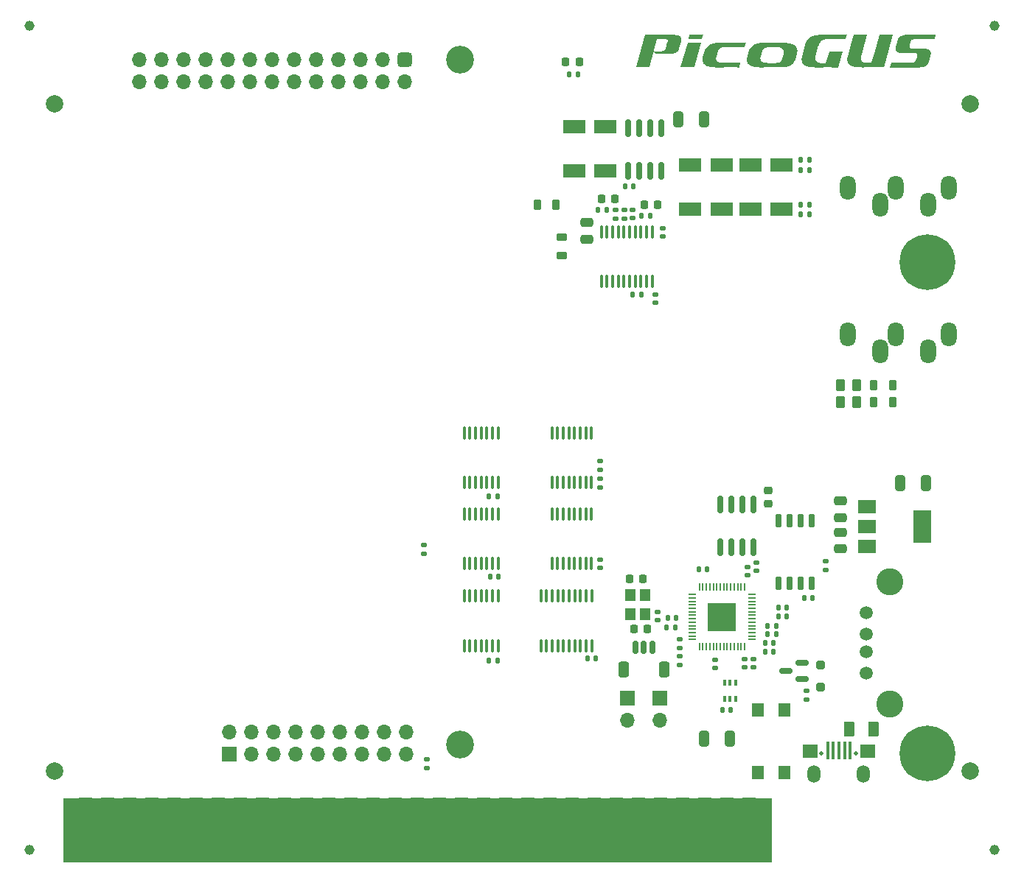
<source format=gts>
%TF.GenerationSoftware,KiCad,Pcbnew,7.0.7*%
%TF.CreationDate,2023-10-23T19:43:48-06:00*%
%TF.ProjectId,PicoGUS chipdown with edge rails,5069636f-4755-4532-9063-686970646f77,rev?*%
%TF.SameCoordinates,Original*%
%TF.FileFunction,Soldermask,Top*%
%TF.FilePolarity,Negative*%
%FSLAX46Y46*%
G04 Gerber Fmt 4.6, Leading zero omitted, Abs format (unit mm)*
G04 Created by KiCad (PCBNEW 7.0.7) date 2023-10-23 19:43:48*
%MOMM*%
%LPD*%
G01*
G04 APERTURE LIST*
G04 Aperture macros list*
%AMRoundRect*
0 Rectangle with rounded corners*
0 $1 Rounding radius*
0 $2 $3 $4 $5 $6 $7 $8 $9 X,Y pos of 4 corners*
0 Add a 4 corners polygon primitive as box body*
4,1,4,$2,$3,$4,$5,$6,$7,$8,$9,$2,$3,0*
0 Add four circle primitives for the rounded corners*
1,1,$1+$1,$2,$3*
1,1,$1+$1,$4,$5*
1,1,$1+$1,$6,$7*
1,1,$1+$1,$8,$9*
0 Add four rect primitives between the rounded corners*
20,1,$1+$1,$2,$3,$4,$5,0*
20,1,$1+$1,$4,$5,$6,$7,0*
20,1,$1+$1,$6,$7,$8,$9,0*
20,1,$1+$1,$8,$9,$2,$3,0*%
G04 Aperture macros list end*
%ADD10C,0.000000*%
%ADD11C,0.100000*%
%ADD12C,6.400000*%
%ADD13RoundRect,0.225000X-0.225000X-0.250000X0.225000X-0.250000X0.225000X0.250000X-0.225000X0.250000X0*%
%ADD14RoundRect,0.140000X0.140000X0.170000X-0.140000X0.170000X-0.140000X-0.170000X0.140000X-0.170000X0*%
%ADD15RoundRect,0.140000X-0.140000X-0.170000X0.140000X-0.170000X0.140000X0.170000X-0.140000X0.170000X0*%
%ADD16RoundRect,0.140000X0.170000X-0.140000X0.170000X0.140000X-0.170000X0.140000X-0.170000X-0.140000X0*%
%ADD17RoundRect,0.150000X0.150000X0.625000X-0.150000X0.625000X-0.150000X-0.625000X0.150000X-0.625000X0*%
%ADD18RoundRect,0.250000X0.350000X0.650000X-0.350000X0.650000X-0.350000X-0.650000X0.350000X-0.650000X0*%
%ADD19R,1.400000X1.600000*%
%ADD20C,1.152000*%
%ADD21RoundRect,0.135000X-0.185000X0.135000X-0.185000X-0.135000X0.185000X-0.135000X0.185000X0.135000X0*%
%ADD22RoundRect,0.140000X-0.170000X0.140000X-0.170000X-0.140000X0.170000X-0.140000X0.170000X0.140000X0*%
%ADD23RoundRect,0.135000X0.135000X0.185000X-0.135000X0.185000X-0.135000X-0.185000X0.135000X-0.185000X0*%
%ADD24RoundRect,0.225000X0.250000X-0.225000X0.250000X0.225000X-0.250000X0.225000X-0.250000X-0.225000X0*%
%ADD25RoundRect,0.250000X0.475000X-0.250000X0.475000X0.250000X-0.475000X0.250000X-0.475000X-0.250000X0*%
%ADD26RoundRect,0.150000X0.587500X0.150000X-0.587500X0.150000X-0.587500X-0.150000X0.587500X-0.150000X0*%
%ADD27C,2.000000*%
%ADD28O,1.800000X2.800000*%
%ADD29RoundRect,0.050000X-0.050000X0.387500X-0.050000X-0.387500X0.050000X-0.387500X0.050000X0.387500X0*%
%ADD30RoundRect,0.050000X-0.387500X0.050000X-0.387500X-0.050000X0.387500X-0.050000X0.387500X0.050000X0*%
%ADD31R,3.200000X3.200000*%
%ADD32RoundRect,0.100000X-0.100000X0.637500X-0.100000X-0.637500X0.100000X-0.637500X0.100000X0.637500X0*%
%ADD33RoundRect,0.250000X0.325000X0.650000X-0.325000X0.650000X-0.325000X-0.650000X0.325000X-0.650000X0*%
%ADD34RoundRect,0.135000X-0.135000X-0.185000X0.135000X-0.185000X0.135000X0.185000X-0.135000X0.185000X0*%
%ADD35RoundRect,0.218750X-0.218750X-0.381250X0.218750X-0.381250X0.218750X0.381250X-0.218750X0.381250X0*%
%ADD36RoundRect,0.135000X0.185000X-0.135000X0.185000X0.135000X-0.185000X0.135000X-0.185000X-0.135000X0*%
%ADD37RoundRect,0.250000X-0.250000X0.250000X-0.250000X-0.250000X0.250000X-0.250000X0.250000X0.250000X0*%
%ADD38RoundRect,0.250000X-1.050000X-0.550000X1.050000X-0.550000X1.050000X0.550000X-1.050000X0.550000X0*%
%ADD39R,1.700000X1.700000*%
%ADD40O,1.700000X1.700000*%
%ADD41R,2.000000X1.500000*%
%ADD42R,2.000000X3.800000*%
%ADD43RoundRect,0.250000X-0.375000X-0.625000X0.375000X-0.625000X0.375000X0.625000X-0.375000X0.625000X0*%
%ADD44RoundRect,0.218750X0.381250X-0.218750X0.381250X0.218750X-0.381250X0.218750X-0.381250X-0.218750X0*%
%ADD45RoundRect,0.225000X0.225000X0.250000X-0.225000X0.250000X-0.225000X-0.250000X0.225000X-0.250000X0*%
%ADD46RoundRect,0.150000X-0.150000X0.650000X-0.150000X-0.650000X0.150000X-0.650000X0.150000X0.650000X0*%
%ADD47RoundRect,0.150000X-0.150000X0.825000X-0.150000X-0.825000X0.150000X-0.825000X0.150000X0.825000X0*%
%ADD48R,0.400000X0.650000*%
%ADD49R,1.524000X6.478000*%
%ADD50C,0.500000*%
%ADD51R,0.400000X2.000000*%
%ADD52R,1.660800X1.600000*%
%ADD53O,1.500000X2.000000*%
%ADD54R,1.660800X1.593200*%
%ADD55RoundRect,0.218750X-0.218750X-0.256250X0.218750X-0.256250X0.218750X0.256250X-0.218750X0.256250X0*%
%ADD56RoundRect,0.250000X-0.262500X-0.450000X0.262500X-0.450000X0.262500X0.450000X-0.262500X0.450000X0*%
%ADD57R,1.200000X1.400000*%
%ADD58C,3.200000*%
%ADD59RoundRect,0.425000X-0.425000X0.425000X-0.425000X-0.425000X0.425000X-0.425000X0.425000X0.425000X0*%
%ADD60RoundRect,0.250000X0.262500X0.450000X-0.262500X0.450000X-0.262500X-0.450000X0.262500X-0.450000X0*%
%ADD61C,1.500000*%
%ADD62C,3.100000*%
%ADD63RoundRect,0.250000X-0.325000X-0.650000X0.325000X-0.650000X0.325000X0.650000X-0.325000X0.650000X0*%
G04 APERTURE END LIST*
D10*
G36*
X197162020Y-22062463D02*
G01*
X197015688Y-22558185D01*
X194833087Y-22559137D01*
X194790189Y-22559137D01*
X194749198Y-22560567D01*
X194711063Y-22562474D01*
X194674838Y-22564858D01*
X194640520Y-22568671D01*
X194608106Y-22572961D01*
X194578078Y-22577727D01*
X194549954Y-22583447D01*
X194523739Y-22590120D01*
X194498952Y-22597270D01*
X194476074Y-22604897D01*
X194454623Y-22613000D01*
X194434603Y-22622056D01*
X194416492Y-22631112D01*
X194399808Y-22641122D01*
X194384081Y-22651608D01*
X194369780Y-22662572D01*
X194356433Y-22674012D01*
X194344516Y-22685928D01*
X194333552Y-22697844D01*
X194323545Y-22710237D01*
X194314485Y-22723107D01*
X194306384Y-22736452D01*
X194298758Y-22749799D01*
X194292084Y-22763623D01*
X194285890Y-22777445D01*
X194274927Y-22806045D01*
X194265393Y-22835120D01*
X194257289Y-22864673D01*
X194150515Y-23247426D01*
X194142892Y-23277456D01*
X194137172Y-23306532D01*
X194132405Y-23333702D01*
X194129541Y-23359441D01*
X194127638Y-23384227D01*
X194127638Y-23407107D01*
X194129068Y-23429033D01*
X194131455Y-23450005D01*
X194135261Y-23469071D01*
X194140505Y-23487660D01*
X194147182Y-23504821D01*
X194155282Y-23520550D01*
X194164343Y-23535327D01*
X194174826Y-23549626D01*
X194186743Y-23562495D01*
X194199614Y-23574412D01*
X194213914Y-23585375D01*
X194229165Y-23595384D01*
X194245849Y-23604441D01*
X194263960Y-23613021D01*
X194282550Y-23620648D01*
X194302568Y-23627798D01*
X194345946Y-23639238D01*
X194393611Y-23648294D01*
X194445566Y-23655444D01*
X194501815Y-23660210D01*
X194561394Y-23663546D01*
X194761588Y-23660687D01*
X195201541Y-23661163D01*
X195840258Y-23663546D01*
X195891257Y-23661639D01*
X195940832Y-23662116D01*
X195988974Y-23663546D01*
X196035209Y-23667359D01*
X196080490Y-23672603D01*
X196123872Y-23679276D01*
X196166290Y-23687855D01*
X196206332Y-23698342D01*
X196244936Y-23710259D01*
X196282114Y-23723605D01*
X196316912Y-23739335D01*
X196350280Y-23756494D01*
X196381742Y-23775083D01*
X196410813Y-23795579D01*
X196438460Y-23817983D01*
X196463725Y-23841815D01*
X196487075Y-23867554D01*
X196508526Y-23895200D01*
X196527117Y-23924277D01*
X196544274Y-23955260D01*
X196558575Y-23987671D01*
X196570495Y-24021991D01*
X196580506Y-24058217D01*
X196587656Y-24095872D01*
X196592419Y-24135911D01*
X196594803Y-24176903D01*
X196594803Y-24220279D01*
X196591943Y-24265085D01*
X196586222Y-24311796D01*
X196578119Y-24359939D01*
X196567158Y-24410464D01*
X196553331Y-24462420D01*
X196360764Y-25164532D01*
X196346464Y-25209337D01*
X196329786Y-25251759D01*
X196311192Y-25292752D01*
X196290698Y-25331360D01*
X196268294Y-25368540D01*
X196243986Y-25403813D01*
X196217769Y-25437178D01*
X196190128Y-25468637D01*
X196161047Y-25498667D01*
X196130542Y-25527266D01*
X196098608Y-25553959D01*
X196065240Y-25579222D01*
X195995174Y-25624980D01*
X195921764Y-25664542D01*
X195845022Y-25698862D01*
X195765422Y-25727461D01*
X195684869Y-25751294D01*
X195603359Y-25770359D01*
X195521376Y-25784660D01*
X195440343Y-25795146D01*
X195360744Y-25801343D01*
X195283051Y-25804203D01*
X191894988Y-25804203D01*
X192026070Y-25292276D01*
X194306861Y-25294183D01*
X194359293Y-25291799D01*
X194409345Y-25287032D01*
X194456530Y-25279406D01*
X194479408Y-25274639D01*
X194501335Y-25269396D01*
X194522786Y-25263199D01*
X194543760Y-25256526D01*
X194564254Y-25248899D01*
X194583798Y-25240320D01*
X194603342Y-25231264D01*
X194621930Y-25221254D01*
X194640040Y-25210767D01*
X194658154Y-25199328D01*
X194675318Y-25186935D01*
X194691995Y-25173589D01*
X194708679Y-25159288D01*
X194724410Y-25144036D01*
X194740141Y-25128305D01*
X194754918Y-25111146D01*
X194769692Y-25093510D01*
X194783992Y-25074444D01*
X194798289Y-25054425D01*
X194811637Y-25033928D01*
X194837851Y-24989123D01*
X194863115Y-24940028D01*
X194886949Y-24886642D01*
X194981803Y-24551554D01*
X194997053Y-24505318D01*
X195002774Y-24482916D01*
X195007540Y-24460990D01*
X195011357Y-24439540D01*
X195014217Y-24418568D01*
X195015647Y-24398071D01*
X195015647Y-24378528D01*
X195015171Y-24358986D01*
X195012787Y-24340873D01*
X195009927Y-24322760D01*
X195005160Y-24305600D01*
X194999440Y-24288917D01*
X194992767Y-24273188D01*
X194984663Y-24258412D01*
X194975129Y-24244112D01*
X194964166Y-24230765D01*
X194952252Y-24217895D01*
X194938908Y-24205979D01*
X194924127Y-24195016D01*
X194907923Y-24185007D01*
X194890283Y-24175950D01*
X194871695Y-24167847D01*
X194851198Y-24160221D01*
X194829751Y-24154025D01*
X194806396Y-24148781D01*
X194782085Y-24144491D01*
X194755868Y-24141154D01*
X194728700Y-24138772D01*
X194699622Y-24137818D01*
X194669118Y-24137818D01*
X194637180Y-24139248D01*
X194115244Y-24141154D01*
X193757277Y-24140678D01*
X193595691Y-24138772D01*
X193240582Y-24139248D01*
X193138104Y-24134005D01*
X193036097Y-24122089D01*
X192986052Y-24113508D01*
X192936477Y-24102545D01*
X192888815Y-24088722D01*
X192842580Y-24072040D01*
X192798725Y-24052020D01*
X192757257Y-24029140D01*
X192718169Y-24001971D01*
X192682421Y-23971465D01*
X192650010Y-23936193D01*
X192621412Y-23897107D01*
X192596624Y-23852779D01*
X192576607Y-23803683D01*
X192561350Y-23749822D01*
X192550866Y-23689762D01*
X192546099Y-23624461D01*
X192547049Y-23552963D01*
X192554203Y-23475268D01*
X192567547Y-23390900D01*
X192588041Y-23299859D01*
X192615212Y-23201668D01*
X192781568Y-22566287D01*
X192805395Y-22515762D01*
X192831616Y-22469050D01*
X192859737Y-22425197D01*
X192889765Y-22384682D01*
X192921703Y-22347502D01*
X192955544Y-22313184D01*
X192991292Y-22281248D01*
X193028950Y-22252649D01*
X193068989Y-22226432D01*
X193110933Y-22202600D01*
X193200067Y-22162084D01*
X193297784Y-22130148D01*
X193403601Y-22105362D01*
X193517522Y-22087250D01*
X193639543Y-22074857D01*
X193769671Y-22066754D01*
X193908376Y-22062463D01*
X194548050Y-22061987D01*
X197162020Y-22062463D01*
G37*
G36*
X169415703Y-25798960D02*
G01*
X167876109Y-25798960D01*
X168643523Y-22981931D01*
X170185501Y-22981931D01*
X169415703Y-25798960D01*
G37*
G36*
X179706753Y-22977402D02*
G01*
X179879806Y-22983805D01*
X180055305Y-22996378D01*
X180230163Y-23016751D01*
X180316312Y-23030372D01*
X180401178Y-23046612D01*
X180484242Y-23065646D01*
X180565269Y-23087707D01*
X180643734Y-23112969D01*
X180719288Y-23141666D01*
X180791526Y-23173972D01*
X180860152Y-23210177D01*
X180924647Y-23250399D01*
X180984719Y-23294928D01*
X181039900Y-23343940D01*
X181089900Y-23397666D01*
X181134197Y-23456224D01*
X181172498Y-23519962D01*
X181204397Y-23588997D01*
X181229483Y-23663620D01*
X181247354Y-23743948D01*
X181257658Y-23830212D01*
X181259984Y-23922705D01*
X181253989Y-24021543D01*
X181239205Y-24126958D01*
X181215223Y-24239184D01*
X181106024Y-24656479D01*
X181066558Y-24789951D01*
X181019700Y-24916380D01*
X180964985Y-25035474D01*
X180901947Y-25147001D01*
X180830117Y-25250612D01*
X180749150Y-25346132D01*
X180705026Y-25390719D01*
X180658519Y-25433270D01*
X180609448Y-25473608D01*
X180557818Y-25511735D01*
X180503511Y-25547649D01*
X180446581Y-25581294D01*
X180386859Y-25612668D01*
X180324402Y-25641714D01*
X180259093Y-25668431D01*
X180190814Y-25692704D01*
X180119627Y-25714591D01*
X180045409Y-25734032D01*
X179887782Y-25765406D01*
X179717347Y-25786536D01*
X179533817Y-25797246D01*
X179336664Y-25797188D01*
X178248635Y-25797246D01*
X178248635Y-25797305D01*
X177784598Y-25798876D01*
X177472544Y-25801437D01*
X177333716Y-25804755D01*
X177174925Y-25805570D01*
X177007401Y-25803649D01*
X176834463Y-25797246D01*
X176658792Y-25784673D01*
X176483991Y-25764301D01*
X176397785Y-25750679D01*
X176312975Y-25734439D01*
X176229854Y-25715406D01*
X176148886Y-25693344D01*
X176070422Y-25668082D01*
X175994867Y-25639385D01*
X175922572Y-25607080D01*
X175854003Y-25570874D01*
X175789450Y-25530652D01*
X175729437Y-25486123D01*
X175674197Y-25437112D01*
X175624254Y-25383385D01*
X175579959Y-25324828D01*
X175541657Y-25261089D01*
X175509759Y-25192054D01*
X175484671Y-25117431D01*
X175466743Y-25037104D01*
X175456440Y-24950839D01*
X175454112Y-24858346D01*
X175460165Y-24759508D01*
X175462377Y-24743792D01*
X177007924Y-24743792D01*
X177009380Y-24788263D01*
X177014037Y-24830464D01*
X177021720Y-24870395D01*
X177032255Y-24908114D01*
X177045353Y-24943738D01*
X177060893Y-24977266D01*
X177078648Y-25008756D01*
X177098380Y-25038210D01*
X177119977Y-25065801D01*
X177143143Y-25091470D01*
X177167765Y-25115336D01*
X177193551Y-25137397D01*
X177220385Y-25157770D01*
X177248034Y-25176455D01*
X177276323Y-25193510D01*
X177305021Y-25209051D01*
X177362764Y-25235536D01*
X177419865Y-25256374D01*
X177474582Y-25271974D01*
X177525339Y-25282801D01*
X177570625Y-25289204D01*
X177608752Y-25291649D01*
X178204456Y-25304455D01*
X178250555Y-25304455D01*
X178251140Y-25303931D01*
X178330419Y-25304455D01*
X178369708Y-25304455D01*
X178567908Y-25302126D01*
X178739797Y-25296014D01*
X178887762Y-25285130D01*
X178953479Y-25277562D01*
X179014075Y-25268424D01*
X179069839Y-25257539D01*
X179121003Y-25244849D01*
X179167920Y-25230181D01*
X179210879Y-25213475D01*
X179250168Y-25194441D01*
X179286023Y-25173137D01*
X179318738Y-25149329D01*
X179348598Y-25122845D01*
X179375957Y-25093682D01*
X179401045Y-25061610D01*
X179424210Y-25026568D01*
X179445632Y-24988383D01*
X179465655Y-24946939D01*
X179484630Y-24902119D01*
X179520255Y-24801826D01*
X179554946Y-24686398D01*
X179590920Y-24554790D01*
X179675962Y-24239184D01*
X179689351Y-24184992D01*
X179698722Y-24133303D01*
X179704309Y-24084117D01*
X179706229Y-24037259D01*
X179704774Y-23992788D01*
X179700120Y-23950587D01*
X179692434Y-23910656D01*
X179681898Y-23872937D01*
X179668801Y-23837314D01*
X179653260Y-23803786D01*
X179635507Y-23772295D01*
X179615775Y-23742841D01*
X179594180Y-23715251D01*
X179571012Y-23689581D01*
X179546389Y-23665716D01*
X179520546Y-23643655D01*
X179493712Y-23623282D01*
X179466064Y-23604597D01*
X179437832Y-23587542D01*
X179409134Y-23572058D01*
X179351334Y-23545515D01*
X179294290Y-23524677D01*
X179239574Y-23509077D01*
X179188758Y-23498250D01*
X179143530Y-23491847D01*
X179105404Y-23489402D01*
X178462959Y-23489170D01*
X178400500Y-23489577D01*
X178400735Y-23488587D01*
X178342351Y-23488587D01*
X178144210Y-23490799D01*
X177972378Y-23496562D01*
X177824529Y-23506807D01*
X177758870Y-23514025D01*
X177698333Y-23522756D01*
X177642628Y-23533175D01*
X177591522Y-23545399D01*
X177544722Y-23559543D01*
X177501822Y-23575784D01*
X177462648Y-23594236D01*
X177426908Y-23615016D01*
X177394313Y-23638299D01*
X177364510Y-23664202D01*
X177337209Y-23692782D01*
X177312239Y-23724273D01*
X177289188Y-23758791D01*
X177267825Y-23796451D01*
X177247917Y-23837372D01*
X177229059Y-23881727D01*
X177193551Y-23981147D01*
X177158976Y-24095759D01*
X177123119Y-24226727D01*
X177038192Y-24541867D01*
X177024805Y-24596059D01*
X177015434Y-24647748D01*
X177009845Y-24696992D01*
X177007924Y-24743792D01*
X175462377Y-24743792D01*
X175474950Y-24654093D01*
X175498874Y-24541867D01*
X175608131Y-24124572D01*
X175647538Y-23991042D01*
X175694454Y-23864672D01*
X175749170Y-23745577D01*
X175812209Y-23634050D01*
X175884039Y-23530439D01*
X175965006Y-23434920D01*
X176009070Y-23390332D01*
X176055637Y-23347782D01*
X176104706Y-23307443D01*
X176156337Y-23269317D01*
X176210587Y-23233402D01*
X176267515Y-23199758D01*
X176327237Y-23168384D01*
X176389695Y-23139338D01*
X176455063Y-23112620D01*
X176523282Y-23088347D01*
X176594471Y-23066461D01*
X176668686Y-23047019D01*
X176826373Y-23015645D01*
X176996749Y-22994515D01*
X177180338Y-22983863D01*
X178519421Y-22983863D01*
X178519421Y-22983688D01*
X178961804Y-22981651D01*
X179251972Y-22979439D01*
X179346153Y-22977984D01*
X179380380Y-22976296D01*
X179539230Y-22975481D01*
X179706753Y-22977402D01*
G37*
G36*
X189154225Y-22066276D02*
G01*
X189250032Y-22066276D01*
X188739533Y-23941436D01*
X188740011Y-23941436D01*
X188575088Y-24540591D01*
X188561743Y-24594930D01*
X188552686Y-24646408D01*
X188546964Y-24695503D01*
X188545061Y-24742692D01*
X188546489Y-24787022D01*
X188551254Y-24829444D01*
X188558883Y-24869006D01*
X188569368Y-24907138D01*
X188582714Y-24942411D01*
X188597968Y-24976254D01*
X188615603Y-25007713D01*
X188635624Y-25036788D01*
X188657071Y-25064435D01*
X188680427Y-25090174D01*
X188704738Y-25114007D01*
X188730954Y-25136409D01*
X188757649Y-25156428D01*
X188785293Y-25175019D01*
X188813416Y-25192178D01*
X188842013Y-25207908D01*
X188899690Y-25234123D01*
X188956889Y-25255096D01*
X189011705Y-25270826D01*
X189062230Y-25281789D01*
X189107512Y-25287986D01*
X189145645Y-25290369D01*
X189788173Y-25290846D01*
X190092281Y-24213606D01*
X190676183Y-22070090D01*
X192218637Y-22070090D01*
X191707661Y-23941436D01*
X191712905Y-23941436D01*
X191209083Y-25804203D01*
X191207176Y-25803726D01*
X191200503Y-25803249D01*
X191176192Y-25802296D01*
X191136627Y-25801343D01*
X191084195Y-25800866D01*
X189659954Y-25800866D01*
X189660430Y-25798960D01*
X189101793Y-25800866D01*
X188932102Y-25802296D01*
X188870614Y-25803726D01*
X188711888Y-25804203D01*
X188544582Y-25802296D01*
X188371556Y-25796099D01*
X188195671Y-25783229D01*
X188021216Y-25763210D01*
X187934940Y-25749387D01*
X187850096Y-25733181D01*
X187767160Y-25714115D01*
X187686127Y-25692189D01*
X187607479Y-25666926D01*
X187532168Y-25638327D01*
X187459717Y-25605914D01*
X187391078Y-25569688D01*
X187326729Y-25529173D01*
X187266672Y-25484844D01*
X187211379Y-25435748D01*
X187161331Y-25382363D01*
X187117003Y-25323735D01*
X187078871Y-25259863D01*
X187046933Y-25190748D01*
X187021669Y-25116390D01*
X187004035Y-25035835D01*
X186993550Y-24949560D01*
X186991165Y-24857090D01*
X186997362Y-24758422D01*
X187012137Y-24652605D01*
X187035971Y-24540591D01*
X187384881Y-23206912D01*
X187392031Y-23181172D01*
X187399180Y-23155432D01*
X187406807Y-23130170D01*
X187414434Y-23104907D01*
X187422059Y-23080121D01*
X187430641Y-23055811D01*
X187439220Y-23031503D01*
X187447800Y-23007193D01*
X187702811Y-22070090D01*
X188867278Y-22070090D01*
X188936392Y-22067230D01*
X189006938Y-22065324D01*
X189079865Y-22065324D01*
X189154225Y-22066276D01*
G37*
G36*
X186832915Y-22563428D02*
G01*
X184881491Y-22563428D01*
X184683204Y-22568194D01*
X184509699Y-22581063D01*
X184359079Y-22604421D01*
X184291391Y-22620150D01*
X184228474Y-22639216D01*
X184170323Y-22661618D01*
X184115983Y-22687358D01*
X184065458Y-22716910D01*
X184018746Y-22750753D01*
X183974894Y-22788409D01*
X183933901Y-22829878D01*
X183895770Y-22876590D01*
X183859543Y-22927592D01*
X183792813Y-23044849D01*
X183731799Y-23183078D01*
X183673171Y-23343711D01*
X183615019Y-23529130D01*
X183335701Y-24544881D01*
X183322355Y-24599219D01*
X183312821Y-24650698D01*
X183307101Y-24700270D01*
X183305194Y-24746982D01*
X183306625Y-24791312D01*
X183311391Y-24833733D01*
X183319018Y-24873296D01*
X183329505Y-24911428D01*
X183342851Y-24946701D01*
X183358105Y-24980543D01*
X183376217Y-25012003D01*
X183395758Y-25041555D01*
X183417209Y-25068724D01*
X183440564Y-25094464D01*
X183465352Y-25118296D01*
X183491091Y-25140699D01*
X183517782Y-25160719D01*
X183545428Y-25179785D01*
X183573553Y-25196468D01*
X183602150Y-25212197D01*
X183660301Y-25238413D01*
X183717025Y-25259386D01*
X183771840Y-25275116D01*
X183822842Y-25286079D01*
X183868124Y-25292276D01*
X183906255Y-25294659D01*
X184548309Y-25295135D01*
X184929633Y-23945726D01*
X186473519Y-23945250D01*
X185969695Y-25808492D01*
X185602193Y-25803249D01*
X184796646Y-25802296D01*
X183631227Y-25808016D01*
X183472024Y-25808492D01*
X183304718Y-25806586D01*
X183131693Y-25800390D01*
X182956283Y-25787996D01*
X182781350Y-25767500D01*
X182695077Y-25753676D01*
X182610234Y-25737472D01*
X182527294Y-25718405D01*
X182446263Y-25696479D01*
X182367615Y-25671216D01*
X182292305Y-25642616D01*
X182219853Y-25610205D01*
X182151213Y-25573978D01*
X182086864Y-25533939D01*
X182026805Y-25489133D01*
X181971517Y-25440038D01*
X181921466Y-25386654D01*
X181877136Y-25328024D01*
X181839005Y-25264153D01*
X181807069Y-25195038D01*
X181781806Y-25120679D01*
X181764171Y-25040125D01*
X181753684Y-24953850D01*
X181751300Y-24861379D01*
X181757495Y-24762713D01*
X181772273Y-24657372D01*
X181796105Y-24544881D01*
X182145495Y-23211678D01*
X182184580Y-23077738D01*
X182231768Y-22951424D01*
X182286583Y-22832261D01*
X182349502Y-22720724D01*
X182421000Y-22617290D01*
X182502031Y-22521958D01*
X182546360Y-22477153D01*
X182592596Y-22434730D01*
X182641691Y-22394216D01*
X182693647Y-22356082D01*
X182747984Y-22320333D01*
X182804706Y-22286491D01*
X182864288Y-22255031D01*
X182926730Y-22225956D01*
X182992033Y-22199264D01*
X183060672Y-22175430D01*
X183131693Y-22153504D01*
X183206052Y-22133961D01*
X183363347Y-22102503D01*
X183533990Y-22081530D01*
X183717501Y-22070567D01*
X186974482Y-22070567D01*
X186832915Y-22563428D01*
G37*
G36*
X175214094Y-23476221D02*
G01*
X173262670Y-23476221D01*
X173064381Y-23478604D01*
X172892785Y-23484800D01*
X172744546Y-23495764D01*
X172678767Y-23503391D01*
X172618233Y-23512447D01*
X172562465Y-23523410D01*
X172511462Y-23535803D01*
X172464274Y-23550579D01*
X172421375Y-23567261D01*
X172382288Y-23586328D01*
X172346539Y-23607778D01*
X172313651Y-23631611D01*
X172283620Y-23657827D01*
X172256452Y-23687379D01*
X172231190Y-23719315D01*
X172208310Y-23754111D01*
X172186860Y-23792720D01*
X172166841Y-23833712D01*
X172147774Y-23878994D01*
X172112026Y-23979091D01*
X172077230Y-24094442D01*
X172041480Y-24225999D01*
X171956636Y-24541544D01*
X171943289Y-24595883D01*
X171933756Y-24647362D01*
X171928037Y-24696934D01*
X171926130Y-24743646D01*
X171927560Y-24787975D01*
X171932326Y-24830396D01*
X171939953Y-24870436D01*
X171950440Y-24908091D01*
X171963786Y-24943364D01*
X171979038Y-24977207D01*
X171997151Y-25008666D01*
X172016694Y-25038218D01*
X172038144Y-25065865D01*
X172061500Y-25091127D01*
X172086286Y-25114959D01*
X172112026Y-25137362D01*
X172138718Y-25157858D01*
X172166364Y-25176449D01*
X172194487Y-25193608D01*
X172223086Y-25208860D01*
X172281238Y-25235553D01*
X172337960Y-25256050D01*
X172392774Y-25271779D01*
X172443777Y-25282743D01*
X172489060Y-25288939D01*
X172527192Y-25291322D01*
X173169245Y-25291799D01*
X174713607Y-25291322D01*
X174590629Y-25805156D01*
X174223129Y-25799912D01*
X173418059Y-25799436D01*
X172252162Y-25804679D01*
X172092959Y-25805633D01*
X171925654Y-25803249D01*
X171752628Y-25797053D01*
X171577219Y-25784660D01*
X171402287Y-25764164D01*
X171316013Y-25750340D01*
X171231168Y-25734134D01*
X171148230Y-25715068D01*
X171067198Y-25693142D01*
X170988551Y-25667879D01*
X170913239Y-25639280D01*
X170840788Y-25606868D01*
X170772149Y-25570642D01*
X170707801Y-25530603D01*
X170647742Y-25485797D01*
X170592451Y-25437178D01*
X170542401Y-25383317D01*
X170498073Y-25324687D01*
X170459941Y-25260817D01*
X170428005Y-25191702D01*
X170402741Y-25117343D01*
X170385106Y-25036788D01*
X170374619Y-24950514D01*
X170372237Y-24858043D01*
X170378432Y-24759376D01*
X170393208Y-24654035D01*
X170417043Y-24541544D01*
X170526673Y-24124471D01*
X170565757Y-23991008D01*
X170612947Y-23864218D01*
X170667285Y-23745531D01*
X170730680Y-23633994D01*
X170802178Y-23530084D01*
X170883210Y-23434752D01*
X170927538Y-23389946D01*
X170973774Y-23347524D01*
X171022869Y-23307009D01*
X171074825Y-23268876D01*
X171129163Y-23233127D01*
X171185885Y-23199285D01*
X171245468Y-23168302D01*
X171307909Y-23139226D01*
X171373211Y-23112534D01*
X171441850Y-23088224D01*
X171512871Y-23066298D01*
X171587229Y-23046755D01*
X171744524Y-23015297D01*
X171915167Y-22994323D01*
X172098679Y-22983837D01*
X175355661Y-22983837D01*
X175214094Y-23476221D01*
G37*
G36*
X170299421Y-22564380D02*
G01*
X168756966Y-22564380D01*
X168892336Y-22068660D01*
X170434791Y-22068660D01*
X170299421Y-22564380D01*
G37*
G36*
X167033440Y-22065324D02*
G01*
X167185492Y-22071521D01*
X167322292Y-22083437D01*
X167445270Y-22101073D01*
X167553470Y-22125381D01*
X167647848Y-22156365D01*
X167690269Y-22174478D01*
X167728879Y-22194497D01*
X167764151Y-22215946D01*
X167796087Y-22239779D01*
X167824686Y-22265041D01*
X167850426Y-22292688D01*
X167872352Y-22322240D01*
X167891418Y-22353699D01*
X167907624Y-22387542D01*
X167920494Y-22423290D01*
X167930026Y-22460947D01*
X167936700Y-22500986D01*
X167940514Y-22543408D01*
X167940990Y-22588214D01*
X167933840Y-22684022D01*
X167914774Y-22789839D01*
X167678831Y-23651630D01*
X167665484Y-23704538D01*
X167648324Y-23754111D01*
X167628305Y-23800346D01*
X167604949Y-23844199D01*
X167578733Y-23885190D01*
X167550134Y-23923323D01*
X167518674Y-23959073D01*
X167484831Y-23992438D01*
X167449083Y-24022944D01*
X167410950Y-24051544D01*
X167370435Y-24077760D01*
X167328489Y-24101592D01*
X167285113Y-24123518D01*
X167239832Y-24143537D01*
X167193596Y-24162128D01*
X167145931Y-24178333D01*
X167097312Y-24193109D01*
X167047740Y-24205979D01*
X166946689Y-24227905D01*
X166843732Y-24244589D01*
X166740297Y-24256982D01*
X166637340Y-24265085D01*
X166536289Y-24270328D01*
X166345151Y-24274618D01*
X166346580Y-24277954D01*
X164949506Y-24277954D01*
X164827959Y-23944296D01*
X165586793Y-23945726D01*
X165667824Y-23942390D01*
X165707387Y-23940006D01*
X165746472Y-23935716D01*
X165784605Y-23929996D01*
X165821784Y-23921894D01*
X165858486Y-23910930D01*
X165876123Y-23904257D01*
X165893758Y-23896630D01*
X165910918Y-23888050D01*
X165928078Y-23878517D01*
X165945237Y-23868032D01*
X165961443Y-23856592D01*
X165977650Y-23844199D01*
X165993856Y-23829899D01*
X166009109Y-23814646D01*
X166024362Y-23798440D01*
X166039615Y-23780326D01*
X166053914Y-23761260D01*
X166068215Y-23740288D01*
X166082037Y-23717885D01*
X166095860Y-23693576D01*
X166108730Y-23667836D01*
X166121599Y-23640668D01*
X166133992Y-23611591D01*
X166338954Y-22905189D01*
X166355160Y-22857046D01*
X166361833Y-22834644D01*
X166367553Y-22813195D01*
X166371843Y-22792698D01*
X166374703Y-22773155D01*
X166376610Y-22754566D01*
X166377086Y-22737406D01*
X166376133Y-22720248D01*
X166374226Y-22704518D01*
X166370413Y-22689741D01*
X166365646Y-22675918D01*
X166358973Y-22662572D01*
X166350870Y-22650178D01*
X166340860Y-22638738D01*
X166329421Y-22628252D01*
X166316075Y-22618243D01*
X166301299Y-22609186D01*
X166284615Y-22601084D01*
X166266026Y-22593457D01*
X166245053Y-22586784D01*
X166222651Y-22580587D01*
X166198341Y-22575344D01*
X166171648Y-22570577D01*
X166143049Y-22566764D01*
X166112067Y-22563428D01*
X166079177Y-22561044D01*
X166043905Y-22559137D01*
X165966210Y-22557231D01*
X165878982Y-22557707D01*
X165144934Y-22559137D01*
X164267889Y-25802296D01*
X162723052Y-25802296D01*
X163735943Y-22069137D01*
X166683575Y-22069137D01*
X166866135Y-22064847D01*
X167033440Y-22065324D01*
G37*
%TO.C,J1*%
D11*
X178282500Y-117101800D02*
X97002500Y-117101800D01*
X97002500Y-109799300D01*
X178282500Y-109799300D01*
X178282500Y-117101800D01*
G36*
X178282500Y-117101800D02*
G01*
X97002500Y-117101800D01*
X97002500Y-109799300D01*
X178282500Y-109799300D01*
X178282500Y-117101800D01*
G37*
%TD*%
D12*
%TO.C,H1*%
X196201200Y-48180500D03*
%TD*%
D13*
%TO.C,C21*%
X163667500Y-41587500D03*
X165217500Y-41587500D03*
%TD*%
D14*
%TO.C,R15*%
X178822500Y-89987500D03*
X177862500Y-89987500D03*
%TD*%
D15*
%TO.C,C31*%
X177562500Y-92987500D03*
X178522500Y-92987500D03*
%TD*%
D14*
%TO.C,C20*%
X163322500Y-51962500D03*
X162362500Y-51962500D03*
%TD*%
D16*
%TO.C,C14*%
X164967500Y-52842500D03*
X164967500Y-51882500D03*
%TD*%
D17*
%TO.C,J2*%
X164642500Y-92462500D03*
X163642500Y-92462500D03*
X162642500Y-92462500D03*
D18*
X165942500Y-94987500D03*
X161342500Y-94987500D03*
%TD*%
D19*
%TO.C,SW1*%
X179742500Y-99687500D03*
X179742500Y-106887500D03*
X176742500Y-99687500D03*
X176742500Y-106887500D03*
%TD*%
D20*
%TO.C,KiKit_TO_4*%
X203935000Y-115736250D03*
%TD*%
D15*
%TO.C,C29*%
X179062500Y-87887500D03*
X180022500Y-87887500D03*
%TD*%
D13*
%TO.C,C24*%
X161967500Y-84637500D03*
X163517500Y-84637500D03*
%TD*%
D20*
%TO.C,KiKit_TO_1*%
X93065000Y-21000000D03*
%TD*%
D14*
%TO.C,C8*%
X146822500Y-93987500D03*
X145862500Y-93987500D03*
%TD*%
D15*
%TO.C,C16*%
X158387500Y-42162500D03*
X159347500Y-42162500D03*
%TD*%
D21*
%TO.C,R1*%
X138342500Y-80677500D03*
X138342500Y-81697500D03*
%TD*%
D22*
%TO.C,C5*%
X176542500Y-82707500D03*
X176542500Y-83667500D03*
%TD*%
D23*
%TO.C,R8*%
X182652500Y-37587500D03*
X181632500Y-37587500D03*
%TD*%
D24*
%TO.C,C10*%
X177942500Y-75962500D03*
X177942500Y-74412500D03*
%TD*%
D25*
%TO.C,C12*%
X186242500Y-81137500D03*
X186242500Y-79237500D03*
%TD*%
D26*
%TO.C,Q1*%
X181780000Y-96137500D03*
X181780000Y-94237500D03*
X179905000Y-95187500D03*
%TD*%
D16*
%TO.C,C32*%
X175542500Y-84167500D03*
X175542500Y-83207500D03*
%TD*%
D27*
%TO.C,KiKit_FID_T_2*%
X201085000Y-30000000D03*
%TD*%
D28*
%TO.C,J7*%
X190742500Y-58477500D03*
X192542500Y-56477500D03*
X198642500Y-56477500D03*
X196242500Y-58477500D03*
X187042500Y-56477500D03*
%TD*%
D22*
%TO.C,C9*%
X158642500Y-82407500D03*
X158642500Y-83367500D03*
%TD*%
D29*
%TO.C,U12*%
X175205000Y-85550000D03*
X174805000Y-85550000D03*
X174405000Y-85550000D03*
X174005000Y-85550000D03*
X173605000Y-85550000D03*
X173205000Y-85550000D03*
X172805000Y-85550000D03*
X172405000Y-85550000D03*
X172005000Y-85550000D03*
X171605000Y-85550000D03*
X171205000Y-85550000D03*
X170805000Y-85550000D03*
X170405000Y-85550000D03*
X170005000Y-85550000D03*
D30*
X169167500Y-86387500D03*
X169167500Y-86787500D03*
X169167500Y-87187500D03*
X169167500Y-87587500D03*
X169167500Y-87987500D03*
X169167500Y-88387500D03*
X169167500Y-88787500D03*
X169167500Y-89187500D03*
X169167500Y-89587500D03*
X169167500Y-89987500D03*
X169167500Y-90387500D03*
X169167500Y-90787500D03*
X169167500Y-91187500D03*
X169167500Y-91587500D03*
D29*
X170005000Y-92425000D03*
X170405000Y-92425000D03*
X170805000Y-92425000D03*
X171205000Y-92425000D03*
X171605000Y-92425000D03*
X172005000Y-92425000D03*
X172405000Y-92425000D03*
X172805000Y-92425000D03*
X173205000Y-92425000D03*
X173605000Y-92425000D03*
X174005000Y-92425000D03*
X174405000Y-92425000D03*
X174805000Y-92425000D03*
X175205000Y-92425000D03*
D30*
X176042500Y-91587500D03*
X176042500Y-91187500D03*
X176042500Y-90787500D03*
X176042500Y-90387500D03*
X176042500Y-89987500D03*
X176042500Y-89587500D03*
X176042500Y-89187500D03*
X176042500Y-88787500D03*
X176042500Y-88387500D03*
X176042500Y-87987500D03*
X176042500Y-87587500D03*
X176042500Y-87187500D03*
X176042500Y-86787500D03*
X176042500Y-86387500D03*
D31*
X172605000Y-88987500D03*
%TD*%
D32*
%TO.C,U1*%
X157617500Y-67825000D03*
X156967500Y-67825000D03*
X156317500Y-67825000D03*
X155667500Y-67825000D03*
X155017500Y-67825000D03*
X154367500Y-67825000D03*
X153717500Y-67825000D03*
X153067500Y-67825000D03*
X153067500Y-73550000D03*
X153717500Y-73550000D03*
X154367500Y-73550000D03*
X155017500Y-73550000D03*
X155667500Y-73550000D03*
X156317500Y-73550000D03*
X156967500Y-73550000D03*
X157617500Y-73550000D03*
%TD*%
%TO.C,U7*%
X157642500Y-86562500D03*
X156992500Y-86562500D03*
X156342500Y-86562500D03*
X155692500Y-86562500D03*
X155042500Y-86562500D03*
X154392500Y-86562500D03*
X153742500Y-86562500D03*
X153092500Y-86562500D03*
X152442500Y-86562500D03*
X151792500Y-86562500D03*
X151792500Y-92287500D03*
X152442500Y-92287500D03*
X153092500Y-92287500D03*
X153742500Y-92287500D03*
X154392500Y-92287500D03*
X155042500Y-92287500D03*
X155692500Y-92287500D03*
X156342500Y-92287500D03*
X156992500Y-92287500D03*
X157642500Y-92287500D03*
%TD*%
D33*
%TO.C,C11*%
X196017500Y-73587500D03*
X193067500Y-73587500D03*
%TD*%
D14*
%TO.C,C4*%
X158122500Y-93787500D03*
X157162500Y-93787500D03*
%TD*%
D34*
%TO.C,R6*%
X181632500Y-36387500D03*
X182652500Y-36387500D03*
%TD*%
D27*
%TO.C,KiKit_FID_T_4*%
X201085000Y-106736250D03*
%TD*%
D35*
%TO.C,FB4*%
X151417500Y-41587500D03*
X153542500Y-41587500D03*
%TD*%
%TO.C,FB2*%
X190055000Y-62377500D03*
X192180000Y-62377500D03*
%TD*%
D34*
%TO.C,R7*%
X181632500Y-42687500D03*
X182652500Y-42687500D03*
%TD*%
D35*
%TO.C,FB1*%
X190055000Y-64277500D03*
X192180000Y-64277500D03*
%TD*%
D20*
%TO.C,KiKit_TO_2*%
X203935000Y-21000000D03*
%TD*%
D16*
%TO.C,C15*%
X165767500Y-45242500D03*
X165767500Y-44282500D03*
%TD*%
D22*
%TO.C,C36*%
X171842500Y-93907500D03*
X171842500Y-94867500D03*
%TD*%
D36*
%TO.C,R10*%
X161367500Y-43172500D03*
X161367500Y-42152500D03*
%TD*%
D37*
%TO.C,D2*%
X183942500Y-94537500D03*
X183942500Y-97037500D03*
%TD*%
D22*
%TO.C,C34*%
X176242500Y-93807500D03*
X176242500Y-94767500D03*
%TD*%
D38*
%TO.C,C41*%
X168942500Y-42087500D03*
X172542500Y-42087500D03*
%TD*%
%TO.C,C43*%
X175842500Y-42087500D03*
X179442500Y-42087500D03*
%TD*%
D39*
%TO.C,J3*%
X116051500Y-104766500D03*
D40*
X116051500Y-102226500D03*
X118591500Y-104766500D03*
X118591500Y-102226500D03*
X121131500Y-104766500D03*
X121131500Y-102226500D03*
X123671500Y-104766500D03*
X123671500Y-102226500D03*
X126211500Y-104766500D03*
X126211500Y-102226500D03*
X128751500Y-104766500D03*
X128751500Y-102226500D03*
X131291500Y-104766500D03*
X131291500Y-102226500D03*
X133831500Y-104766500D03*
X133831500Y-102226500D03*
X136371500Y-104766500D03*
X136371500Y-102226500D03*
%TD*%
D41*
%TO.C,U9*%
X189292500Y-76287500D03*
X189292500Y-78587500D03*
D42*
X195592500Y-78587500D03*
D41*
X189292500Y-80887500D03*
%TD*%
D16*
%TO.C,C19*%
X162367500Y-43142500D03*
X162367500Y-42182500D03*
%TD*%
D20*
%TO.C,KiKit_TO_3*%
X93065000Y-115736250D03*
%TD*%
D23*
%TO.C,R9*%
X182652500Y-41587500D03*
X181632500Y-41587500D03*
%TD*%
D14*
%TO.C,C6*%
X146922500Y-84387500D03*
X145962500Y-84387500D03*
%TD*%
D22*
%TO.C,R14*%
X165242500Y-88407500D03*
X165242500Y-89367500D03*
%TD*%
D43*
%TO.C,F1*%
X187242500Y-101887500D03*
X190042500Y-101887500D03*
%TD*%
D39*
%TO.C,J4*%
X165442500Y-98312500D03*
D40*
X165442500Y-100852500D03*
%TD*%
D27*
%TO.C,KiKit_FID_T_1*%
X95915000Y-30000000D03*
%TD*%
D14*
%TO.C,C18*%
X164347500Y-42862500D03*
X163387500Y-42862500D03*
%TD*%
D25*
%TO.C,C13*%
X186242500Y-77537500D03*
X186242500Y-75637500D03*
%TD*%
D34*
%TO.C,R13*%
X155059500Y-26584500D03*
X156079500Y-26584500D03*
%TD*%
D44*
%TO.C,FB3*%
X154242500Y-47450000D03*
X154242500Y-45325000D03*
%TD*%
D45*
%TO.C,C25*%
X164017500Y-90387500D03*
X162467500Y-90387500D03*
%TD*%
D46*
%TO.C,U11*%
X182947500Y-77887500D03*
X181677500Y-77887500D03*
X180407500Y-77887500D03*
X179137500Y-77887500D03*
X179137500Y-85087500D03*
X180407500Y-85087500D03*
X181677500Y-85087500D03*
X182947500Y-85087500D03*
%TD*%
D27*
%TO.C,KiKit_FID_T_3*%
X95915000Y-106736250D03*
%TD*%
D25*
%TO.C,C17*%
X157067500Y-45537500D03*
X157067500Y-43637500D03*
%TD*%
D14*
%TO.C,C7*%
X146822500Y-75087500D03*
X145862500Y-75087500D03*
%TD*%
D47*
%TO.C,U13*%
X165642500Y-32766610D03*
X164372500Y-32766610D03*
X163102500Y-32766610D03*
X161832500Y-32766610D03*
X161832500Y-37716610D03*
X163102500Y-37716610D03*
X164372500Y-37716610D03*
X165642500Y-37716610D03*
%TD*%
D32*
%TO.C,U3*%
X146892500Y-77125000D03*
X146242500Y-77125000D03*
X145592500Y-77125000D03*
X144942500Y-77125000D03*
X144292500Y-77125000D03*
X143642500Y-77125000D03*
X142992500Y-77125000D03*
X142992500Y-82850000D03*
X143642500Y-82850000D03*
X144292500Y-82850000D03*
X144942500Y-82850000D03*
X145592500Y-82850000D03*
X146242500Y-82850000D03*
X146892500Y-82850000D03*
%TD*%
%TO.C,U10*%
X164592500Y-44700000D03*
X163942500Y-44700000D03*
X163292500Y-44700000D03*
X162642500Y-44700000D03*
X161992500Y-44700000D03*
X161342500Y-44700000D03*
X160692500Y-44700000D03*
X160042500Y-44700000D03*
X159392500Y-44700000D03*
X158742500Y-44700000D03*
X158742500Y-50425000D03*
X159392500Y-50425000D03*
X160042500Y-50425000D03*
X160692500Y-50425000D03*
X161342500Y-50425000D03*
X161992500Y-50425000D03*
X162642500Y-50425000D03*
X163292500Y-50425000D03*
X163942500Y-50425000D03*
X164592500Y-50425000D03*
%TD*%
%TO.C,U4*%
X146892500Y-67825000D03*
X146242500Y-67825000D03*
X145592500Y-67825000D03*
X144942500Y-67825000D03*
X144292500Y-67825000D03*
X143642500Y-67825000D03*
X142992500Y-67825000D03*
X142992500Y-73550000D03*
X143642500Y-73550000D03*
X144292500Y-73550000D03*
X144942500Y-73550000D03*
X145592500Y-73550000D03*
X146242500Y-73550000D03*
X146892500Y-73550000D03*
%TD*%
D33*
%TO.C,C1*%
X173517500Y-102987500D03*
X170567500Y-102987500D03*
%TD*%
D14*
%TO.C,C2*%
X173622500Y-99687500D03*
X172662500Y-99687500D03*
%TD*%
D48*
%TO.C,U6*%
X174192500Y-96537500D03*
X173542500Y-96537500D03*
X172892500Y-96537500D03*
X172892500Y-98437500D03*
X173542500Y-98437500D03*
X174192500Y-98437500D03*
%TD*%
D32*
%TO.C,U5*%
X146892500Y-86587500D03*
X146242500Y-86587500D03*
X145592500Y-86587500D03*
X144942500Y-86587500D03*
X144292500Y-86587500D03*
X143642500Y-86587500D03*
X142992500Y-86587500D03*
X142992500Y-92312500D03*
X143642500Y-92312500D03*
X144292500Y-92312500D03*
X144942500Y-92312500D03*
X145592500Y-92312500D03*
X146242500Y-92312500D03*
X146892500Y-92312500D03*
%TD*%
D28*
%TO.C,J9*%
X190742500Y-41627500D03*
X192542500Y-39627500D03*
X198642500Y-39627500D03*
X196242500Y-41627500D03*
X187042500Y-39627500D03*
%TD*%
D49*
%TO.C,J1*%
X175742500Y-112987500D03*
X173202500Y-112987500D03*
X170662500Y-112987500D03*
X168122500Y-112987500D03*
X165582500Y-112987500D03*
X163042500Y-112987500D03*
X160502500Y-112987500D03*
X157962500Y-112987500D03*
X155422500Y-112987500D03*
X152882500Y-112987500D03*
X150342500Y-112987500D03*
X147802500Y-112987500D03*
X145262500Y-112987500D03*
X142722500Y-112987500D03*
X140182500Y-112987500D03*
X137642500Y-112987500D03*
X135102500Y-112987500D03*
X132562500Y-112987500D03*
X130022500Y-112987500D03*
X127482500Y-112987500D03*
X124942500Y-112987500D03*
X122402500Y-112987500D03*
X119862500Y-112987500D03*
X117322500Y-112987500D03*
X114782500Y-112987500D03*
X112242500Y-112987500D03*
X109702500Y-112987500D03*
X107162500Y-112987500D03*
X104622500Y-112987500D03*
X102082500Y-112987500D03*
X99542500Y-112987500D03*
%TD*%
D22*
%TO.C,C33*%
X175242500Y-93807500D03*
X175242500Y-94767500D03*
%TD*%
D15*
%TO.C,C28*%
X177562500Y-91987500D03*
X178522500Y-91987500D03*
%TD*%
D50*
%TO.C,J6*%
X184027500Y-104656500D03*
X188027500Y-104656500D03*
D51*
X184727500Y-104356500D03*
X185377500Y-104356500D03*
X186027500Y-104356500D03*
X186677500Y-104356500D03*
X187327500Y-104356500D03*
D52*
X182707900Y-104456500D03*
D53*
X183197500Y-107006500D03*
X188857500Y-107006500D03*
D54*
X189347100Y-104453100D03*
%TD*%
D55*
%TO.C,D1*%
X154655000Y-25187500D03*
X156230000Y-25187500D03*
%TD*%
D21*
%TO.C,R4*%
X167791300Y-91531100D03*
X167791300Y-92551100D03*
%TD*%
D56*
%TO.C,R2*%
X186205000Y-64277500D03*
X188030000Y-64277500D03*
%TD*%
D14*
%TO.C,R16*%
X178822500Y-90987500D03*
X177862500Y-90987500D03*
%TD*%
D47*
%TO.C,U8*%
X176247500Y-76012500D03*
X174977500Y-76012500D03*
X173707500Y-76012500D03*
X172437500Y-76012500D03*
X172437500Y-80962500D03*
X173707500Y-80962500D03*
X174977500Y-80962500D03*
X176247500Y-80962500D03*
%TD*%
D57*
%TO.C,Y1*%
X162092500Y-86437500D03*
X162092500Y-88637500D03*
X163792500Y-88637500D03*
X163792500Y-86437500D03*
%TD*%
D14*
%TO.C,C27*%
X167222500Y-90187500D03*
X166262500Y-90187500D03*
%TD*%
D38*
%TO.C,C42*%
X168942500Y-36987500D03*
X172542500Y-36987500D03*
%TD*%
D58*
%TO.C,J8*%
X142542500Y-24947500D03*
X142542500Y-103687500D03*
D59*
X136192500Y-24947500D03*
D40*
X136192500Y-27487500D03*
X133652500Y-24947500D03*
X133652500Y-27487500D03*
X131112500Y-24947500D03*
X131112500Y-27487500D03*
X128572500Y-24947500D03*
X128572500Y-27487500D03*
X126032500Y-24947500D03*
X126032500Y-27487500D03*
X123492500Y-24947500D03*
X123492500Y-27487500D03*
X120952500Y-24947500D03*
X120952500Y-27487500D03*
X118412500Y-24947500D03*
X118412500Y-27487500D03*
X115872500Y-24947500D03*
X115872500Y-27487500D03*
X113332500Y-24947500D03*
X113332500Y-27487500D03*
X110792500Y-24947500D03*
X110792500Y-27487500D03*
X108252500Y-24947500D03*
X108252500Y-27487500D03*
X105712500Y-24947500D03*
X105712500Y-27487500D03*
%TD*%
D12*
%TO.C,H2*%
X196201200Y-104695500D03*
%TD*%
D38*
%TO.C,C39*%
X155637500Y-32587500D03*
X159237500Y-32587500D03*
%TD*%
D14*
%TO.C,C26*%
X183022500Y-86787500D03*
X182062500Y-86787500D03*
%TD*%
D13*
%TO.C,C22*%
X158767500Y-40887500D03*
X160317500Y-40887500D03*
%TD*%
D39*
%TO.C,J10*%
X161742500Y-98312500D03*
D40*
X161742500Y-100852500D03*
%TD*%
D21*
%TO.C,R17*%
X182342500Y-97477500D03*
X182342500Y-98497500D03*
%TD*%
D60*
%TO.C,R3*%
X188030000Y-62377500D03*
X186205000Y-62377500D03*
%TD*%
D61*
%TO.C,J5*%
X189154700Y-95472500D03*
X189154700Y-92972500D03*
X189154700Y-90972500D03*
X189154700Y-88472500D03*
D62*
X191864700Y-98972500D03*
X191864700Y-84972500D03*
%TD*%
D21*
%TO.C,R18*%
X138742500Y-105377500D03*
X138742500Y-106397500D03*
%TD*%
D15*
%TO.C,C37*%
X179062500Y-88887500D03*
X180022500Y-88887500D03*
%TD*%
D32*
%TO.C,U2*%
X157617500Y-77125000D03*
X156967500Y-77125000D03*
X156317500Y-77125000D03*
X155667500Y-77125000D03*
X155017500Y-77125000D03*
X154367500Y-77125000D03*
X153717500Y-77125000D03*
X153067500Y-77125000D03*
X153067500Y-82850000D03*
X153717500Y-82850000D03*
X154367500Y-82850000D03*
X155017500Y-82850000D03*
X155667500Y-82850000D03*
X156317500Y-82850000D03*
X156967500Y-82850000D03*
X157617500Y-82850000D03*
%TD*%
D22*
%TO.C,R12*%
X184542500Y-82607500D03*
X184542500Y-83567500D03*
%TD*%
D63*
%TO.C,C38*%
X167567500Y-31787500D03*
X170517500Y-31787500D03*
%TD*%
D22*
%TO.C,C3*%
X158642500Y-73107500D03*
X158642500Y-74067500D03*
%TD*%
D36*
%TO.C,R11*%
X160367500Y-43172500D03*
X160367500Y-42152500D03*
%TD*%
%TO.C,R5*%
X158642500Y-72097500D03*
X158642500Y-71077500D03*
%TD*%
D14*
%TO.C,C35*%
X170922500Y-83487500D03*
X169962500Y-83487500D03*
%TD*%
%TO.C,C30*%
X167322500Y-89087500D03*
X166362500Y-89087500D03*
%TD*%
D22*
%TO.C,C45*%
X167791300Y-93507500D03*
X167791300Y-94467500D03*
%TD*%
D14*
%TO.C,C23*%
X162422500Y-39487500D03*
X161462500Y-39487500D03*
%TD*%
D38*
%TO.C,C40*%
X155637500Y-37687500D03*
X159237500Y-37687500D03*
%TD*%
%TO.C,C44*%
X175842500Y-36987500D03*
X179442500Y-36987500D03*
%TD*%
M02*

</source>
